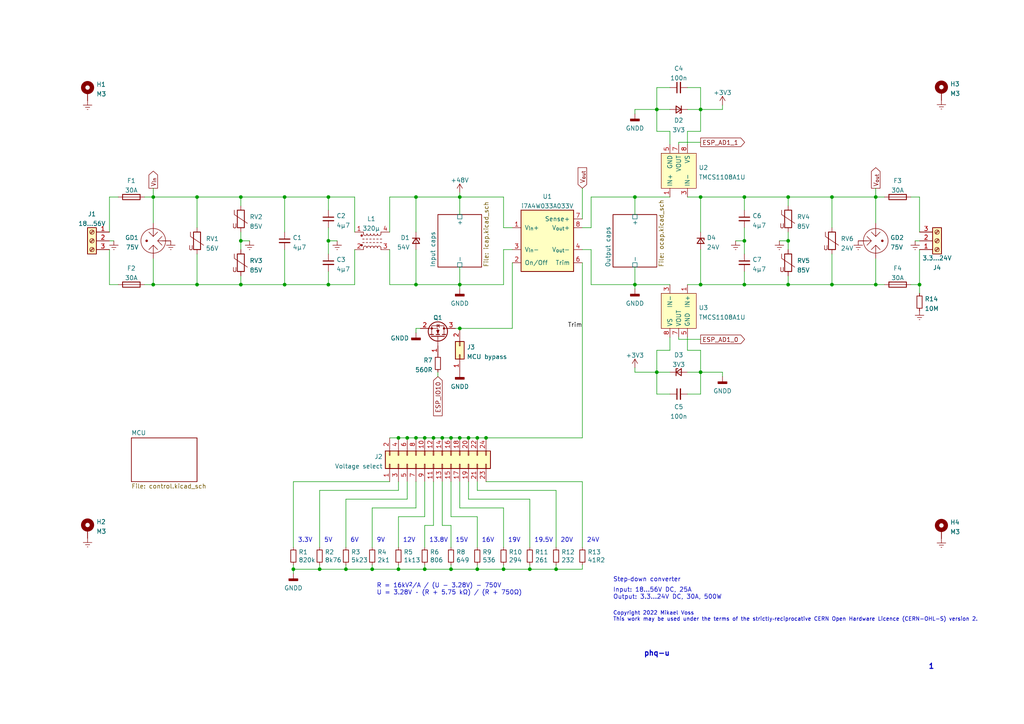
<source format=kicad_sch>
(kicad_sch (version 20211123) (generator eeschema)
  (paper "A4")
  (lib_symbols
    (symbol "Connector:Screw_Terminal_01x03" (pin_names (offset 1.016) hide)
      (property "Reference" "J" (at 0 5.08 0))
      (property "Value" "Screw_Terminal_01x03" (at 0 -5.08 0))
      (symbol "Screw_Terminal_01x03_1_1"
        (rectangle (start -1.27 3.81) (end 1.27 -3.81) (stroke (width 0.254)) (fill (type background)))
        (circle (center 0 -2.54) (radius 0.635) (stroke (width 0.1524)))
        (polyline (pts (xy -0.5334 -2.2098) (xy 0.3302 -3.048)) (stroke (width 0.1524)))
        (polyline (pts (xy -0.5334 0.3302) (xy 0.3302 -0.508)) (stroke (width 0.1524)))
        (polyline (pts (xy -0.5334 2.8702) (xy 0.3302 2.032)) (stroke (width 0.1524)))
        (polyline (pts (xy -0.3556 -2.032) (xy 0.508 -2.8702)) (stroke (width 0.1524)))
        (polyline (pts (xy -0.3556 0.508) (xy 0.508 -0.3302)) (stroke (width 0.1524)))
        (polyline (pts (xy -0.3556 3.048) (xy 0.508 2.2098)) (stroke (width 0.1524)))
        (circle (center 0 0) (radius 0.635) (stroke (width 0.1524)))
        (circle (center 0 2.54) (radius 0.635) (stroke (width 0.1524)))
        (pin passive line (at -5.08 2.54 0) (length 3.81) (name "Pin_1") (number "1"))
        (pin passive line (at -5.08 0 0) (length 3.81) (name "Pin_2") (number "2"))
        (pin passive line (at -5.08 -2.54 0) (length 3.81) (name "Pin_3") (number "3"))
      )
    )
    (symbol "Connector_Generic:Conn_02x01" (pin_names (offset 1.016) hide)
      (property "Reference" "J" (at 1.27 2.54 0))
      (property "Value" "Conn_02x01" (at 1.27 -2.54 0))
      (symbol "Conn_02x01_1_1"
        (rectangle (start -1.27 0.127) (end 0 -0.127) (stroke (width 0.1524)))
        (rectangle (start -1.27 1.27) (end 3.81 -1.27) (stroke (width 0.254)) (fill (type background)))
        (rectangle (start 3.81 0.127) (end 2.54 -0.127) (stroke (width 0.1524)))
        (pin passive line (at -5.08 0 0) (length 3.81) (name "Pin_1") (number "1"))
        (pin passive line (at 7.62 0 180) (length 3.81) (name "Pin_2") (number "2"))
      )
    )
    (symbol "Connector_Generic:Conn_02x12_Odd_Even" (pin_names (offset 1.016) hide)
      (property "Reference" "J" (at 1.27 15.24 0))
      (property "Value" "Conn_02x12_Odd_Even" (at 1.27 -17.78 0))
      (symbol "Conn_02x12_Odd_Even_1_1"
        (rectangle (start -1.27 -15.113) (end 0 -15.367) (stroke (width 0.1524)))
        (rectangle (start -1.27 -12.573) (end 0 -12.827) (stroke (width 0.1524)))
        (rectangle (start -1.27 -10.033) (end 0 -10.287) (stroke (width 0.1524)))
        (rectangle (start -1.27 -7.493) (end 0 -7.747) (stroke (width 0.1524)))
        (rectangle (start -1.27 -4.953) (end 0 -5.207) (stroke (width 0.1524)))
        (rectangle (start -1.27 -2.413) (end 0 -2.667) (stroke (width 0.1524)))
        (rectangle (start -1.27 0.127) (end 0 -0.127) (stroke (width 0.1524)))
        (rectangle (start -1.27 2.667) (end 0 2.413) (stroke (width 0.1524)))
        (rectangle (start -1.27 5.207) (end 0 4.953) (stroke (width 0.1524)))
        (rectangle (start -1.27 7.747) (end 0 7.493) (stroke (width 0.1524)))
        (rectangle (start -1.27 10.287) (end 0 10.033) (stroke (width 0.1524)))
        (rectangle (start -1.27 12.827) (end 0 12.573) (stroke (width 0.1524)))
        (rectangle (start -1.27 13.97) (end 3.81 -16.51) (stroke (width 0.254)) (fill (type background)))
        (rectangle (start 3.81 -15.113) (end 2.54 -15.367) (stroke (width 0.1524)))
        (rectangle (start 3.81 -12.573) (end 2.54 -12.827) (stroke (width 0.1524)))
        (rectangle (start 3.81 -10.033) (end 2.54 -10.287) (stroke (width 0.1524)))
        (rectangle (start 3.81 -7.493) (end 2.54 -7.747) (stroke (width 0.1524)))
        (rectangle (start 3.81 -4.953) (end 2.54 -5.207) (stroke (width 0.1524)))
        (rectangle (start 3.81 -2.413) (end 2.54 -2.667) (stroke (width 0.1524)))
        (rectangle (start 3.81 0.127) (end 2.54 -0.127) (stroke (width 0.1524)))
        (rectangle (start 3.81 2.667) (end 2.54 2.413) (stroke (width 0.1524)))
        (rectangle (start 3.81 5.207) (end 2.54 4.953) (stroke (width 0.1524)))
        (rectangle (start 3.81 7.747) (end 2.54 7.493) (stroke (width 0.1524)))
        (rectangle (start 3.81 10.287) (end 2.54 10.033) (stroke (width 0.1524)))
        (rectangle (start 3.81 12.827) (end 2.54 12.573) (stroke (width 0.1524)))
        (pin passive line (at -5.08 12.7 0) (length 3.81) (name "Pin_1") (number "1"))
        (pin passive line (at 7.62 2.54 180) (length 3.81) (name "Pin_10") (number "10"))
        (pin passive line (at -5.08 0 0) (length 3.81) (name "Pin_11") (number "11"))
        (pin passive line (at 7.62 0 180) (length 3.81) (name "Pin_12") (number "12"))
        (pin passive line (at -5.08 -2.54 0) (length 3.81) (name "Pin_13") (number "13"))
        (pin passive line (at 7.62 -2.54 180) (length 3.81) (name "Pin_14") (number "14"))
        (pin passive line (at -5.08 -5.08 0) (length 3.81) (name "Pin_15") (number "15"))
        (pin passive line (at 7.62 -5.08 180) (length 3.81) (name "Pin_16") (number "16"))
        (pin passive line (at -5.08 -7.62 0) (length 3.81) (name "Pin_17") (number "17"))
        (pin passive line (at 7.62 -7.62 180) (length 3.81) (name "Pin_18") (number "18"))
        (pin passive line (at -5.08 -10.16 0) (length 3.81) (name "Pin_19") (number "19"))
        (pin passive line (at 7.62 12.7 180) (length 3.81) (name "Pin_2") (number "2"))
        (pin passive line (at 7.62 -10.16 180) (length 3.81) (name "Pin_20") (number "20"))
        (pin passive line (at -5.08 -12.7 0) (length 3.81) (name "Pin_21") (number "21"))
        (pin passive line (at 7.62 -12.7 180) (length 3.81) (name "Pin_22") (number "22"))
        (pin passive line (at -5.08 -15.24 0) (length 3.81) (name "Pin_23") (number "23"))
        (pin passive line (at 7.62 -15.24 180) (length 3.81) (name "Pin_24") (number "24"))
        (pin passive line (at -5.08 10.16 0) (length 3.81) (name "Pin_3") (number "3"))
        (pin passive line (at 7.62 10.16 180) (length 3.81) (name "Pin_4") (number "4"))
        (pin passive line (at -5.08 7.62 0) (length 3.81) (name "Pin_5") (number "5"))
        (pin passive line (at 7.62 7.62 180) (length 3.81) (name "Pin_6") (number "6"))
        (pin passive line (at -5.08 5.08 0) (length 3.81) (name "Pin_7") (number "7"))
        (pin passive line (at 7.62 5.08 180) (length 3.81) (name "Pin_8") (number "8"))
        (pin passive line (at -5.08 2.54 0) (length 3.81) (name "Pin_9") (number "9"))
      )
    )
    (symbol "Device:C_Small" (pin_numbers hide) (pin_names (offset 0.254) hide)
      (property "Reference" "C" (at 0.254 1.778 0))
      (property "Value" "C_Small" (at 0.254 -2.032 0))
      (symbol "C_Small_0_1"
        (polyline (pts (xy -1.524 -0.508) (xy 1.524 -0.508)) (stroke (width 0.3302)))
        (polyline (pts (xy -1.524 0.508) (xy 1.524 0.508)) (stroke (width 0.3048)))
      )
      (symbol "C_Small_1_1"
        (pin passive line (at 0 2.54 270) (length 2.032) (name "~") (number "1"))
        (pin passive line (at 0 -2.54 90) (length 2.032) (name "~") (number "2"))
      )
    )
    (symbol "Device:D_Zener_Small" (pin_numbers hide) (pin_names (offset 0.254) hide)
      (property "Reference" "D" (at 0 2.286 0))
      (property "Value" "D_Zener_Small" (at 0 -2.286 0))
      (symbol "D_Zener_Small_0_1"
        (polyline (pts (xy 0.762 0) (xy -0.762 0)))
        (polyline (pts (xy -0.254 1.016) (xy -0.762 1.016) (xy -0.762 -1.016)) (stroke (width 0.254)))
        (polyline (pts (xy 0.762 1.016) (xy -0.762 0) (xy 0.762 -1.016) (xy 0.762 1.016)) (stroke (width 0.254)))
      )
      (symbol "D_Zener_Small_1_1"
        (pin passive line (at -2.54 0 0) (length 1.778) (name "K") (number "1"))
        (pin passive line (at 2.54 0 180) (length 1.778) (name "A") (number "2"))
      )
    )
    (symbol "Device:Fuse" (pin_numbers hide) (pin_names (offset 0))
      (property "Reference" "F" (at 2.032 0 90))
      (property "Value" "Fuse" (at -1.905 0 90))
      (symbol "Fuse_0_1"
        (rectangle (start -0.762 -2.54) (end 0.762 2.54) (stroke (width 0.254)))
        (polyline (pts (xy 0 2.54) (xy 0 -2.54)))
      )
      (symbol "Fuse_1_1"
        (pin passive line (at 0 3.81 270) (length 1.27) (name "~") (number "1"))
        (pin passive line (at 0 -3.81 90) (length 1.27) (name "~") (number "2"))
      )
    )
    (symbol "Device:GDT_3Pin" (pin_numbers hide)
      (property "Reference" "GD" (at 5.08 0 90))
      (property "Value" "GDT_3Pin" (at 7.62 0 90))
      (symbol "GDT_3Pin_0_1"
        (polyline (pts (xy -2.54 0) (xy -1.27 0)))
        (polyline (pts (xy 0 -2.54) (xy 0 -1.27)))
        (polyline (pts (xy 0 -1.27) (xy -1.27 -2.54)))
        (polyline (pts (xy 0 -1.27) (xy 1.27 -2.54)))
        (polyline (pts (xy 0 1.27) (xy -1.27 2.54)))
        (polyline (pts (xy 0 1.27) (xy 1.27 2.54)))
        (polyline (pts (xy 0 2.54) (xy 0 1.27)))
        (polyline (pts (xy -2.54 1.27) (xy -1.27 0) (xy -2.54 -1.27)))
        (circle (center 0 0) (radius 3.5814))
        (circle (center 1.905 0) (radius 0.127))
        (circle (center 1.905 0) (radius 0.127))
        (circle (center 1.905 0) (radius 0.2794))
        (circle (center 2.032 0) (radius 0.127))
      )
      (symbol "GDT_3Pin_1_1"
        (pin passive line (at 0 -5.08 90) (length 2.54) (name "~") (number "1"))
        (pin passive line (at -5.08 0 0) (length 2.54) (name "~") (number "2"))
        (pin passive line (at 0 5.08 270) (length 2.54) (name "~") (number "3"))
      )
    )
    (symbol "Device:L_Ferrite_Coupled_1423" (pin_names (offset 0.254) hide)
      (property "Reference" "L" (at 0 4.445 0))
      (property "Value" "L_Ferrite_Coupled_1423" (at 0 -4.445 0))
      (symbol "L_Ferrite_Coupled_1423_0_1"
        (circle (center -3.048 -1.27) (radius 0.254) (fill (type outline)))
        (circle (center -3.048 1.524) (radius 0.254) (fill (type outline)))
        (arc (start -2.54 2.032) (mid -2.032 1.524) (end -1.524 2.032))
        (arc (start -1.524 -2.032) (mid -2.032 -1.524) (end -2.54 -2.032))
        (arc (start -1.524 2.032) (mid -1.016 1.524) (end -0.508 2.032))
        (arc (start -0.508 -2.032) (mid -1.016 -1.524) (end -1.524 -2.032))
        (arc (start -0.508 2.032) (mid 0 1.524) (end 0.508 2.032))
        (polyline (pts (xy -2.794 -0.508) (xy -2.286 -0.508)))
        (polyline (pts (xy -2.794 0.508) (xy -2.286 0.508)))
        (polyline (pts (xy -2.54 -2.032) (xy -2.54 -2.54)))
        (polyline (pts (xy -2.54 2.032) (xy -2.54 2.54)))
        (polyline (pts (xy -1.778 -0.508) (xy -1.27 -0.508)))
        (polyline (pts (xy -1.778 0.508) (xy -1.27 0.508)))
        (polyline (pts (xy -0.762 -0.508) (xy -0.254 -0.508)))
        (polyline (pts (xy -0.762 0.508) (xy -0.254 0.508)))
        (polyline (pts (xy 0.254 -0.508) (xy 0.762 -0.508)))
        (polyline (pts (xy 0.254 0.508) (xy 0.762 0.508)))
        (polyline (pts (xy 1.27 -0.508) (xy 1.778 -0.508)))
        (polyline (pts (xy 1.27 0.508) (xy 1.778 0.508)))
        (polyline (pts (xy 2.286 -0.508) (xy 2.794 -0.508)))
        (polyline (pts (xy 2.286 0.508) (xy 2.794 0.508)))
        (polyline (pts (xy 2.54 -2.032) (xy 2.54 -2.54)))
        (polyline (pts (xy 2.54 2.54) (xy 2.54 2.032)))
        (arc (start 0.508 -2.032) (mid 0 -1.524) (end -0.508 -2.032))
        (arc (start 0.508 2.032) (mid 1.016 1.524) (end 1.524 2.032))
        (arc (start 1.524 -2.032) (mid 1.016 -1.524) (end 0.508 -2.032))
        (arc (start 1.524 2.032) (mid 2.032 1.524) (end 2.54 2.032))
        (arc (start 2.54 -2.032) (mid 2.032 -1.524) (end 1.524 -2.032))
      )
      (symbol "L_Ferrite_Coupled_1423_1_1"
        (pin passive line (at -5.08 2.54 0) (length 2.54) (name "1") (number "1"))
        (pin passive line (at -5.08 -2.54 0) (length 2.54) (name "2") (number "2"))
        (pin passive line (at 5.08 -2.54 180) (length 2.54) (name "3") (number "3"))
        (pin passive line (at 5.08 2.54 180) (length 2.54) (name "4") (number "4"))
      )
    )
    (symbol "Device:Q_NMOS_GSD" (pin_names (offset 0) hide)
      (property "Reference" "Q" (at 5.08 1.27 0))
      (property "Value" "Q_NMOS_GSD" (at 5.08 -1.27 0))
      (symbol "Q_NMOS_GSD_0_1"
        (polyline (pts (xy 0.254 0) (xy -2.54 0)))
        (polyline (pts (xy 0.254 1.905) (xy 0.254 -1.905)) (stroke (width 0.254)))
        (polyline (pts (xy 0.762 -1.27) (xy 0.762 -2.286)) (stroke (width 0.254)))
        (polyline (pts (xy 0.762 0.508) (xy 0.762 -0.508)) (stroke (width 0.254)))
        (polyline (pts (xy 0.762 2.286) (xy 0.762 1.27)) (stroke (width 0.254)))
        (polyline (pts (xy 2.54 2.54) (xy 2.54 1.778)))
        (polyline (pts (xy 2.54 -2.54) (xy 2.54 0) (xy 0.762 0)))
        (polyline (pts (xy 0.762 -1.778) (xy 3.302 -1.778) (xy 3.302 1.778) (xy 0.762 1.778)))
        (polyline (pts (xy 1.016 0) (xy 2.032 0.381) (xy 2.032 -0.381) (xy 1.016 0)) (fill (type outline)))
        (polyline (pts (xy 2.794 0.508) (xy 2.921 0.381) (xy 3.683 0.381) (xy 3.81 0.254)))
        (polyline (pts (xy 3.302 0.381) (xy 2.921 -0.254) (xy 3.683 -0.254) (xy 3.302 0.381)))
        (circle (center 1.651 0) (radius 2.794) (stroke (width 0.254)))
        (circle (center 2.54 -1.778) (radius 0.254) (fill (type outline)))
        (circle (center 2.54 1.778) (radius 0.254) (fill (type outline)))
      )
      (symbol "Q_NMOS_GSD_1_1"
        (pin input line (at -5.08 0 0) (length 2.54) (name "G") (number "1"))
        (pin passive line (at 2.54 -5.08 90) (length 2.54) (name "S") (number "2"))
        (pin passive line (at 2.54 5.08 270) (length 2.54) (name "D") (number "3"))
      )
    )
    (symbol "Device:R_Small" (pin_numbers hide) (pin_names (offset 0.254) hide)
      (property "Reference" "R" (at 0.762 0.508 0))
      (property "Value" "R_Small" (at 0.762 -1.016 0))
      (symbol "R_Small_0_1"
        (rectangle (start -0.762 1.778) (end 0.762 -1.778) (stroke (width 0.2032)))
      )
      (symbol "R_Small_1_1"
        (pin passive line (at 0 2.54 270) (length 0.762) (name "~") (number "1"))
        (pin passive line (at 0 -2.54 90) (length 0.762) (name "~") (number "2"))
      )
    )
    (symbol "Device:Varistor" (pin_numbers hide) (pin_names (offset 0))
      (property "Reference" "RV" (at 3.175 0 90))
      (property "Value" "Varistor" (at -3.175 0 90))
      (symbol "Varistor_0_0"
        (text "U" (at -1.778 -2.032 0) (effects (font (size 1.27 1.27))))
      )
      (symbol "Varistor_0_1"
        (rectangle (start -1.016 -2.54) (end 1.016 2.54) (stroke (width 0.254)))
        (polyline (pts (xy -1.905 2.54) (xy -1.905 1.27) (xy 1.905 -1.27)))
      )
      (symbol "Varistor_1_1"
        (pin passive line (at 0 3.81 270) (length 1.27) (name "~") (number "1"))
        (pin passive line (at 0 -3.81 90) (length 1.27) (name "~") (number "2"))
      )
    )
    (symbol "Mechanical:MountingHole_Pad" (pin_numbers hide) (pin_names (offset 1.016) hide)
      (property "Reference" "H" (at 0 6.35 0))
      (property "Value" "MountingHole_Pad" (at 0 4.445 0))
      (symbol "MountingHole_Pad_0_1"
        (circle (center 0 1.27) (radius 1.27) (stroke (width 1.27)))
      )
      (symbol "MountingHole_Pad_1_1"
        (pin input line (at 0 -2.54 90) (length 2.54) (name "1") (number "1"))
      )
    )
    (symbol "Screw_Terminal_01x03_1" (pin_names (offset 1.016) hide)
      (property "Reference" "J" (at 0 5.08 0))
      (property "Value" "Screw_Terminal_01x03_1" (at 0 -5.08 0))
      (symbol "Screw_Terminal_01x03_1_1_1"
        (rectangle (start -1.27 3.81) (end 1.27 -3.81) (stroke (width 0.254)) (fill (type background)))
        (circle (center 0 -2.54) (radius 0.635) (stroke (width 0.1524)))
        (polyline (pts (xy -0.5334 -2.2098) (xy 0.3302 -3.048)) (stroke (width 0.1524)))
        (polyline (pts (xy -0.5334 0.3302) (xy 0.3302 -0.508)) (stroke (width 0.1524)))
        (polyline (pts (xy -0.5334 2.8702) (xy 0.3302 2.032)) (stroke (width 0.1524)))
        (polyline (pts (xy -0.3556 -2.032) (xy 0.508 -2.8702)) (stroke (width 0.1524)))
        (polyline (pts (xy -0.3556 0.508) (xy 0.508 -0.3302)) (stroke (width 0.1524)))
        (polyline (pts (xy -0.3556 3.048) (xy 0.508 2.2098)) (stroke (width 0.1524)))
        (circle (center 0 0) (radius 0.635) (stroke (width 0.1524)))
        (circle (center 0 2.54) (radius 0.635) (stroke (width 0.1524)))
        (pin passive line (at -5.08 2.54 0) (length 3.81) (name "Pin_1") (number "1"))
        (pin passive line (at -5.08 0 0) (length 3.81) (name "Pin_2") (number "2"))
        (pin passive line (at -5.08 -2.54 0) (length 3.81) (name "Pin_3") (number "3"))
      )
    )
    (symbol "phq_IC:TMCS1108A1U"
      (property "Reference" "U" (at 0 6.35 0))
      (property "Value" "TMCS1108A1U" (at 0 -6.35 0))
      (symbol "TMCS1108A1U_0_1"
        (rectangle (start -5.08 5.08) (end 5.08 -5.08) (stroke (width 0.1524)) (fill (type background)))
      )
      (symbol "TMCS1108A1U_1_1"
        (pin passive line (at -7.62 -2.54 0) (length 2.54) (name "IN+") (number "1"))
        (pin passive line (at -7.62 -2.54 0) (length 2.54) hide (name "IN+") (number "2"))
        (pin passive line (at -7.62 2.54 0) (length 2.54) (name "IN-") (number "3"))
        (pin passive line (at -7.62 2.54 0) (length 2.54) hide (name "IN-") (number "4"))
        (pin power_in line (at 7.62 -2.54 180) (length 2.54) (name "GND") (number "5"))
        (pin power_in line (at 7.62 -2.54 180) (length 2.54) hide (name "NC") (number "6"))
        (pin output line (at 7.62 0 180) (length 2.54) (name "VOUT") (number "7"))
        (pin power_in line (at 7.62 2.54 180) (length 2.54) (name "VS") (number "8"))
      )
    )
    (symbol "phq_Module:i7A4W033A033V-0C1" (pin_names (offset 1.016))
      (property "Reference" "U" (at 0 10.16 0))
      (property "Value" "i7A4W033A033V-0C1" (at 0 -10.16 0))
      (symbol "i7A4W033A033V-0C1_0_1"
        (rectangle (start -7.62 8.89) (end 7.62 -8.89) (stroke (width 0.254)) (fill (type background)))
      )
      (symbol "i7A4W033A033V-0C1_1_1"
        (pin power_in line (at -10.16 3.81 0) (length 2.54) (name "V_{in}+") (number "1"))
        (pin input line (at -10.16 -6.35 0) (length 2.54) (name "On / Off") (number "2"))
        (pin power_in line (at -10.16 -2.54 0) (length 2.54) (name "V_{in}-") (number "3"))
        (pin power_out line (at 10.16 -2.54 180) (length 2.54) (name "V_{out}-") (number "4"))
        (pin input line (at 10.16 -6.35 180) (length 2.54) (name "Trim") (number "6"))
        (pin input line (at 10.16 6.35 180) (length 2.54) (name "Sense +") (number "7"))
        (pin power_out line (at 10.16 3.81 180) (length 2.54) (name "V_{out}+") (number "8"))
      )
    )
    (symbol "power:+3V3" (power) (pin_names (offset 0))
      (property "Value" "+3V3" (at 0 3.556 0))
      (symbol "+3V3_0_1"
        (polyline (pts (xy -0.762 1.27) (xy 0 2.54)))
        (polyline (pts (xy 0 0) (xy 0 2.54)))
        (polyline (pts (xy 0 2.54) (xy 0.762 1.27)))
      )
      (symbol "+3V3_1_1"
        (pin power_in line (at 0 0 90) (length 0) hide (name "+3V3") (number "1"))
      )
    )
    (symbol "power:+48V" (power) (pin_names (offset 0))
      (property "Value" "+48V" (at 0 3.556 0))
      (symbol "+48V_0_1"
        (polyline (pts (xy -0.762 1.27) (xy 0 2.54)))
        (polyline (pts (xy 0 0) (xy 0 2.54)))
        (polyline (pts (xy 0 2.54) (xy 0.762 1.27)))
      )
      (symbol "+48V_1_1"
        (pin power_in line (at 0 0 90) (length 0) hide (name "+48V") (number "1"))
      )
    )
    (symbol "power:Earth" (power) (pin_names (offset 0))
      (symbol "Earth_0_1"
        (polyline (pts (xy -0.635 -1.905) (xy 0.635 -1.905)))
        (polyline (pts (xy -0.127 -2.54) (xy 0.127 -2.54)))
        (polyline (pts (xy 0 -1.27) (xy 0 0)))
        (polyline (pts (xy 1.27 -1.27) (xy -1.27 -1.27)))
      )
      (symbol "Earth_1_1"
        (pin power_in line (at 0 0 270) (length 0) hide (name "Earth") (number "1"))
      )
    )
    (symbol "power:GNDD" (power) (pin_names (offset 0))
      (property "Value" "GNDD" (at 0 -3.175 0))
      (symbol "GNDD_0_1"
        (rectangle (start -1.27 -1.524) (end 1.27 -2.032) (stroke (width 0.254)) (fill (type outline)))
        (polyline (pts (xy 0 0) (xy 0 -1.524)))
      )
      (symbol "GNDD_1_1"
        (pin power_in line (at 0 0 270) (length 0) hide (name "GNDD") (number "1"))
      )
    )
  )
  (junction (at 130.81 127))
  (junction (at 241.3 82.55))
  (junction (at 266.7 82.55))
  (junction (at 120.65 127))
  (junction (at 130.81 165.1))
  (junction (at 215.9 57.15))
  (junction (at 241.3 57.15))
  (junction (at 57.15 82.55))
  (junction (at 203.2 57.15))
  (junction (at 146.05 165.1))
  (junction (at 203.2 82.55))
  (junction (at 133.35 127))
  (junction (at 85.09 165.1))
  (junction (at 138.43 165.1))
  (junction (at 184.15 57.15))
  (junction (at 215.9 69.85))
  (junction (at 69.85 69.85))
  (junction (at 44.45 82.55))
  (junction (at 128.27 127))
  (junction (at 120.65 82.55))
  (junction (at 228.6 69.85))
  (junction (at 120.65 57.15))
  (junction (at 254 57.15))
  (junction (at 215.9 82.55))
  (junction (at 254 82.55))
  (junction (at 190.5 31.75))
  (junction (at 203.2 31.75))
  (junction (at 57.15 57.15))
  (junction (at 95.25 57.15))
  (junction (at 82.55 82.55))
  (junction (at 69.85 82.55))
  (junction (at 44.45 57.15))
  (junction (at 138.43 127))
  (junction (at 82.55 57.15))
  (junction (at 118.11 127))
  (junction (at 123.19 165.1))
  (junction (at 133.35 82.55))
  (junction (at 92.71 165.1))
  (junction (at 203.2 107.95))
  (junction (at 95.25 69.85))
  (junction (at 133.35 57.15))
  (junction (at 140.97 127))
  (junction (at 100.33 165.1))
  (junction (at 115.57 127))
  (junction (at 153.67 165.1))
  (junction (at 228.6 82.55))
  (junction (at 190.5 107.95))
  (junction (at 69.85 57.15))
  (junction (at 135.89 127))
  (junction (at 133.35 95.25))
  (junction (at 184.15 82.55))
  (junction (at 107.95 165.1))
  (junction (at 125.73 127))
  (junction (at 123.19 127))
  (junction (at 95.25 82.55))
  (junction (at 115.57 165.1))
  (junction (at 228.6 57.15))
  (junction (at 161.29 165.1))
  (wire (pts (xy 31.75 57.15) (xy 34.29 57.15)))
  (wire (pts (xy 171.45 82.55) (xy 171.45 72.39)))
  (wire (pts (xy 146.05 82.55) (xy 146.05 72.39)))
  (wire (pts (xy 133.35 77.47) (xy 133.35 82.55)))
  (wire (pts (xy 161.29 163.83) (xy 161.29 165.1)))
  (wire (pts (xy 254 57.15) (xy 256.54 57.15)))
  (wire (pts (xy 57.15 82.55) (xy 69.85 82.55)))
  (wire (pts (xy 125.73 152.4) (xy 125.73 139.7)))
  (wire (pts (xy 133.35 83.82) (xy 133.35 82.55)))
  (wire (pts (xy 92.71 158.75) (xy 92.71 142.24)))
  (wire (pts (xy 184.15 31.75) (xy 184.15 33.02)))
  (wire (pts (xy 120.65 57.15) (xy 120.65 67.31)))
  (wire (pts (xy 215.9 82.55) (xy 228.6 82.55)))
  (wire (pts (xy 190.5 31.75) (xy 190.5 38.1)))
  (wire (pts (xy 113.03 57.15) (xy 120.65 57.15)))
  (wire (pts (xy 133.35 57.15) (xy 133.35 62.23)))
  (wire (pts (xy 115.57 165.1) (xy 123.19 165.1)))
  (wire (pts (xy 82.55 57.15) (xy 95.25 57.15)))
  (wire (pts (xy 190.5 107.95) (xy 190.5 114.3)))
  (wire (pts (xy 102.87 82.55) (xy 95.25 82.55)))
  (wire (pts (xy 148.59 76.2) (xy 148.59 95.25)))
  (wire (pts (xy 102.87 57.15) (xy 102.87 67.31)))
  (wire (pts (xy 69.85 69.85) (xy 69.85 72.39)))
  (wire (pts (xy 95.25 69.85) (xy 95.25 73.66)))
  (wire (pts (xy 190.5 101.6) (xy 194.31 101.6)))
  (wire (pts (xy 92.71 142.24) (xy 115.57 142.24)))
  (wire (pts (xy 265.43 69.85) (xy 266.7 69.85)))
  (wire (pts (xy 123.19 139.7) (xy 123.19 149.86)))
  (wire (pts (xy 264.16 82.55) (xy 266.7 82.55)))
  (wire (pts (xy 140.97 127) (xy 138.43 127)))
  (wire (pts (xy 203.2 57.15) (xy 215.9 57.15)))
  (wire (pts (xy 85.09 139.7) (xy 113.03 139.7)))
  (wire (pts (xy 95.25 57.15) (xy 95.25 60.96)))
  (wire (pts (xy 199.39 38.1) (xy 203.2 38.1)))
  (wire (pts (xy 241.3 57.15) (xy 241.3 66.04)))
  (wire (pts (xy 228.6 69.85) (xy 228.6 72.39)))
  (wire (pts (xy 41.91 82.55) (xy 44.45 82.55)))
  (wire (pts (xy 199.39 57.15) (xy 203.2 57.15)))
  (wire (pts (xy 115.57 149.86) (xy 123.19 149.86)))
  (wire (pts (xy 203.2 114.3) (xy 199.39 114.3)))
  (wire (pts (xy 123.19 165.1) (xy 130.81 165.1)))
  (wire (pts (xy 133.35 127) (xy 130.81 127)))
  (wire (pts (xy 123.19 127) (xy 120.65 127)))
  (wire (pts (xy 113.03 82.55) (xy 120.65 82.55)))
  (wire (pts (xy 115.57 142.24) (xy 115.57 139.7)))
  (wire (pts (xy 69.85 57.15) (xy 69.85 59.69)))
  (wire (pts (xy 228.6 57.15) (xy 228.6 59.69)))
  (wire (pts (xy 171.45 66.04) (xy 168.91 66.04)))
  (wire (pts (xy 194.31 25.4) (xy 190.5 25.4)))
  (wire (pts (xy 135.89 144.78) (xy 153.67 144.78)))
  (wire (pts (xy 107.95 147.32) (xy 120.65 147.32)))
  (wire (pts (xy 44.45 54.61) (xy 44.45 57.15)))
  (wire (pts (xy 120.65 57.15) (xy 133.35 57.15)))
  (wire (pts (xy 31.75 57.15) (xy 31.75 67.31)))
  (wire (pts (xy 184.15 57.15) (xy 194.31 57.15)))
  (wire (pts (xy 199.39 107.95) (xy 203.2 107.95)))
  (wire (pts (xy 146.05 72.39) (xy 148.59 72.39)))
  (wire (pts (xy 95.25 57.15) (xy 102.87 57.15)))
  (wire (pts (xy 264.16 57.15) (xy 266.7 57.15)))
  (wire (pts (xy 196.85 97.79) (xy 196.85 98.425)))
  (wire (pts (xy 130.81 163.83) (xy 130.81 165.1)))
  (wire (pts (xy 199.39 97.79) (xy 199.39 101.6)))
  (wire (pts (xy 115.57 127) (xy 113.03 127)))
  (wire (pts (xy 128.27 152.4) (xy 130.81 152.4)))
  (wire (pts (xy 130.81 139.7) (xy 130.81 149.86)))
  (wire (pts (xy 215.9 57.15) (xy 228.6 57.15)))
  (wire (pts (xy 135.89 127) (xy 133.35 127)))
  (wire (pts (xy 194.31 38.1) (xy 190.5 38.1)))
  (wire (pts (xy 85.09 166.37) (xy 85.09 165.1)))
  (wire (pts (xy 203.2 25.4) (xy 203.2 31.75)))
  (wire (pts (xy 123.19 163.83) (xy 123.19 165.1)))
  (wire (pts (xy 228.6 67.31) (xy 228.6 69.85)))
  (wire (pts (xy 120.65 72.39) (xy 120.65 82.55)))
  (wire (pts (xy 95.25 69.85) (xy 97.79 69.85)))
  (wire (pts (xy 190.5 107.95) (xy 194.31 107.95)))
  (wire (pts (xy 190.5 107.95) (xy 190.5 101.6)))
  (wire (pts (xy 146.05 165.1) (xy 153.67 165.1)))
  (wire (pts (xy 203.2 31.75) (xy 209.55 31.75)))
  (wire (pts (xy 209.55 107.95) (xy 209.55 109.22)))
  (wire (pts (xy 168.91 76.2) (xy 168.91 127)))
  (wire (pts (xy 190.5 31.75) (xy 194.31 31.75)))
  (wire (pts (xy 140.97 139.7) (xy 168.91 139.7)))
  (wire (pts (xy 168.91 163.83) (xy 168.91 165.1)))
  (wire (pts (xy 135.89 144.78) (xy 135.89 139.7)))
  (wire (pts (xy 194.31 41.91) (xy 194.31 38.1)))
  (wire (pts (xy 120.65 95.25) (xy 121.92 95.25)))
  (wire (pts (xy 254 57.15) (xy 254 64.77)))
  (wire (pts (xy 203.2 107.95) (xy 203.2 114.3)))
  (wire (pts (xy 203.2 57.15) (xy 203.2 67.31)))
  (wire (pts (xy 254 74.93) (xy 254 82.55)))
  (wire (pts (xy 133.35 82.55) (xy 146.05 82.55)))
  (wire (pts (xy 102.87 72.39) (xy 102.87 82.55)))
  (wire (pts (xy 146.05 147.32) (xy 146.05 158.75)))
  (wire (pts (xy 69.85 69.85) (xy 72.39 69.85)))
  (wire (pts (xy 125.73 127) (xy 123.19 127)))
  (wire (pts (xy 203.2 31.75) (xy 203.2 38.1)))
  (wire (pts (xy 69.85 57.15) (xy 82.55 57.15)))
  (wire (pts (xy 138.43 163.83) (xy 138.43 165.1)))
  (wire (pts (xy 171.45 72.39) (xy 168.91 72.39)))
  (wire (pts (xy 215.9 57.15) (xy 215.9 60.96)))
  (wire (pts (xy 228.6 69.85) (xy 226.06 69.85)))
  (wire (pts (xy 138.43 127) (xy 135.89 127)))
  (wire (pts (xy 266.7 82.55) (xy 266.7 72.39)))
  (wire (pts (xy 85.09 158.75) (xy 85.09 139.7)))
  (wire (pts (xy 69.85 82.55) (xy 82.55 82.55)))
  (wire (pts (xy 254 82.55) (xy 256.54 82.55)))
  (wire (pts (xy 95.25 78.74) (xy 95.25 82.55)))
  (wire (pts (xy 190.5 114.3) (xy 194.31 114.3)))
  (wire (pts (xy 213.36 69.85) (xy 215.9 69.85)))
  (wire (pts (xy 115.57 163.83) (xy 115.57 165.1)))
  (wire (pts (xy 241.3 73.66) (xy 241.3 82.55)))
  (wire (pts (xy 199.39 82.55) (xy 203.2 82.55)))
  (wire (pts (xy 241.3 57.15) (xy 254 57.15)))
  (wire (pts (xy 194.31 101.6) (xy 194.31 97.79)))
  (wire (pts (xy 148.59 95.25) (xy 133.35 95.25)))
  (wire (pts (xy 190.5 25.4) (xy 190.5 31.75)))
  (wire (pts (xy 92.71 163.83) (xy 92.71 165.1)))
  (wire (pts (xy 161.29 165.1) (xy 168.91 165.1)))
  (wire (pts (xy 228.6 80.01) (xy 228.6 82.55)))
  (wire (pts (xy 153.67 158.75) (xy 153.67 144.78)))
  (wire (pts (xy 31.75 69.85) (xy 33.02 69.85)))
  (wire (pts (xy 153.67 165.1) (xy 161.29 165.1)))
  (wire (pts (xy 127 109.22) (xy 127 107.95)))
  (wire (pts (xy 123.19 152.4) (xy 125.73 152.4)))
  (wire (pts (xy 31.75 82.55) (xy 34.29 82.55)))
  (wire (pts (xy 85.09 165.1) (xy 92.71 165.1)))
  (wire (pts (xy 171.45 57.15) (xy 171.45 66.04)))
  (wire (pts (xy 203.2 101.6) (xy 203.2 107.95)))
  (wire (pts (xy 138.43 142.24) (xy 161.29 142.24)))
  (wire (pts (xy 133.35 147.32) (xy 133.35 139.7)))
  (wire (pts (xy 82.55 82.55) (xy 95.25 82.55)))
  (wire (pts (xy 184.15 31.75) (xy 190.5 31.75)))
  (wire (pts (xy 133.35 57.15) (xy 146.05 57.15)))
  (wire (pts (xy 120.65 127) (xy 118.11 127)))
  (wire (pts (xy 146.05 163.83) (xy 146.05 165.1)))
  (wire (pts (xy 128.27 139.7) (xy 128.27 152.4)))
  (wire (pts (xy 203.2 82.55) (xy 215.9 82.55)))
  (wire (pts (xy 100.33 158.75) (xy 100.33 144.78)))
  (wire (pts (xy 44.45 57.15) (xy 44.45 64.77)))
  (wire (pts (xy 100.33 163.83) (xy 100.33 165.1)))
  (wire (pts (xy 130.81 149.86) (xy 138.43 149.86)))
  (wire (pts (xy 128.27 127) (xy 125.73 127)))
  (wire (pts (xy 132.08 95.25) (xy 133.35 95.25)))
  (wire (pts (xy 107.95 158.75) (xy 107.95 147.32)))
  (wire (pts (xy 138.43 142.24) (xy 138.43 139.7)))
  (wire (pts (xy 100.33 144.78) (xy 118.11 144.78)))
  (wire (pts (xy 199.39 101.6) (xy 203.2 101.6)))
  (wire (pts (xy 184.15 107.95) (xy 190.5 107.95)))
  (wire (pts (xy 138.43 158.75) (xy 138.43 149.86)))
  (wire (pts (xy 120.65 82.55) (xy 133.35 82.55)))
  (wire (pts (xy 82.55 82.55) (xy 82.55 72.39)))
  (wire (pts (xy 44.45 74.93) (xy 44.45 82.55)))
  (wire (pts (xy 228.6 57.15) (xy 241.3 57.15)))
  (wire (pts (xy 130.81 127) (xy 128.27 127)))
  (wire (pts (xy 146.05 57.15) (xy 146.05 66.04)))
  (wire (pts (xy 184.15 62.23) (xy 184.15 57.15)))
  (wire (pts (xy 115.57 149.86) (xy 115.57 158.75)))
  (wire (pts (xy 184.15 82.55) (xy 194.31 82.55)))
  (wire (pts (xy 57.15 57.15) (xy 69.85 57.15)))
  (wire (pts (xy 100.33 165.1) (xy 107.95 165.1)))
  (wire (pts (xy 92.71 165.1) (xy 100.33 165.1)))
  (wire (pts (xy 168.91 158.75) (xy 168.91 139.7)))
  (wire (pts (xy 95.25 66.04) (xy 95.25 69.85)))
  (wire (pts (xy 266.7 82.55) (xy 266.7 85.09)))
  (wire (pts (xy 120.65 95.25) (xy 120.65 96.52)))
  (wire (pts (xy 113.03 67.31) (xy 113.03 57.15)))
  (wire (pts (xy 107.95 163.83) (xy 107.95 165.1)))
  (wire (pts (xy 203.2 41.275) (xy 196.85 41.275)))
  (wire (pts (xy 184.15 82.55) (xy 184.15 83.82)))
  (wire (pts (xy 215.9 69.85) (xy 215.9 73.66)))
  (wire (pts (xy 138.43 165.1) (xy 146.05 165.1)))
  (wire (pts (xy 184.15 106.68) (xy 184.15 107.95)))
  (wire (pts (xy 153.67 163.83) (xy 153.67 165.1)))
  (wire (pts (xy 228.6 82.55) (xy 241.3 82.55)))
  (wire (pts (xy 69.85 67.31) (xy 69.85 69.85)))
  (wire (pts (xy 171.45 82.55) (xy 184.15 82.55)))
  (wire (pts (xy 118.11 127) (xy 115.57 127)))
  (wire (pts (xy 196.85 98.425) (xy 203.2 98.425)))
  (wire (pts (xy 171.45 57.15) (xy 184.15 57.15)))
  (wire (pts (xy 168.91 54.61) (xy 168.91 63.5)))
  (wire (pts (xy 69.85 80.01) (xy 69.85 82.55)))
  (wire (pts (xy 266.7 57.15) (xy 266.7 67.31)))
  (wire (pts (xy 130.81 152.4) (xy 130.81 158.75)))
  (wire (pts (xy 146.05 66.04) (xy 148.59 66.04)))
  (wire (pts (xy 209.55 30.48) (xy 209.55 31.75)))
  (wire (pts (xy 41.91 57.15) (xy 44.45 57.15)))
  (wire (pts (xy 203.2 107.95) (xy 209.55 107.95)))
  (wire (pts (xy 161.29 158.75) (xy 161.29 142.24)))
  (wire (pts (xy 120.65 139.7) (xy 120.65 147.32)))
  (wire (pts (xy 44.45 82.55) (xy 57.15 82.55)))
  (wire (pts (xy 199.39 41.91) (xy 199.39 38.1)))
  (wire (pts (xy 184.15 77.47) (xy 184.15 82.55)))
  (wire (pts (xy 82.55 57.15) (xy 82.55 67.31)))
  (wire (pts (xy 199.39 25.4) (xy 203.2 25.4)))
  (wire (pts (xy 168.91 127) (xy 140.97 127)))
  (wire (pts (xy 31.75 72.39) (xy 31.75 82.55)))
  (wire (pts (xy 133.35 147.32) (xy 146.05 147.32)))
  (wire (pts (xy 254 54.61) (xy 254 57.15)))
  (wire (pts (xy 123.19 152.4) (xy 123.19 158.75)))
  (wire (pts (xy 133.35 55.88) (xy 133.35 57.15)))
  (wire (pts (xy 199.39 31.75) (xy 203.2 31.75)))
  (wire (pts (xy 130.81 165.1) (xy 138.43 165.1)))
  (wire (pts (xy 107.95 165.1) (xy 115.57 165.1)))
  (wire (pts (xy 85.09 163.83) (xy 85.09 165.1)))
  (wire (pts (xy 44.45 57.15) (xy 57.15 57.15)))
  (wire (pts (xy 241.3 82.55) (xy 254 82.55)))
  (wire (pts (xy 57.15 73.66) (xy 57.15 82.55)))
  (wire (pts (xy 196.85 41.275) (xy 196.85 41.91)))
  (wire (pts (xy 118.11 144.78) (xy 118.11 139.7)))
  (wire (pts (xy 215.9 78.74) (xy 215.9 82.55)))
  (wire (pts (xy 57.15 66.04) (xy 57.15 57.15)))
  (wire (pts (xy 113.03 72.39) (xy 113.03 82.55)))
  (wire (pts (xy 215.9 66.04) (xy 215.9 69.85)))
  (wire (pts (xy 203.2 72.39) (xy 203.2 82.55)))
  (text "12 V" (at 116.84 157.48 0) (effects (font (size 1.27 1.27)) (justify left bottom)))
  (text "16 V" (at 139.7 157.48 0) (effects (font (size 1.27 1.27)) (justify left bottom)))
  (text "phq-u" (at 186.69 190.5 0) (effects (font (size 1.5 1.5) (thickness 0.3) bold) (justify left bottom)))
  (text "R = 16 kV^{2} / A / (U - 3.28 V) - 750 V\nU = 3.28 V · (R + 5.75 kΩ) / (R + 750 Ω)" (at 109.22 172.72 0) (effects (font (size 1.27 1.27)) (justify left bottom)))
  (text "1" (at 269.24 194.31 0) (effects (font (size 1.5 1.5) (thickness 0.3) bold) (justify left bottom)))
  (text "15 V" (at 132.08 157.48 0) (effects (font (size 1.27 1.27)) (justify left bottom)))
  (text "24 V" (at 170.18 157.48 0) (effects (font (size 1.27 1.27)) (justify left bottom)))
  (text "13.8 V" (at 124.46 157.48 0) (effects (font (size 1.27 1.27)) (justify left bottom)))
  (text "9 V" (at 109.22 157.48 0) (effects (font (size 1.27 1.27)) (justify left bottom)))
  (text "Copyright 2022 Mikael Voss\nThis work may be used under the terms of the strictly‐reciprocative CERN Open Hardware Licence (CERN-OHL-S) version 2." (at 177.8 180.34 0) (effects (font (size 1.1 1.1)) (justify left bottom)))
  (text "Input: 18…56 V DC, 25 A\nOutput: 3.3…24 V DC, 30 A, 500 W" (at 177.8 173.99 0) (effects (font (size 1.27 1.27)) (justify left bottom)))
  (text "19.5 V" (at 154.94 157.48 0) (effects (font (size 1.27 1.27)) (justify left bottom)))
  (text "5 V" (at 93.98 157.48 0) (effects (font (size 1.27 1.27)) (justify left bottom)))
  (text "19 V" (at 147.32 157.48 0) (effects (font (size 1.27 1.27)) (justify left bottom)))
  (text "Step‐down converter" (at 177.8 168.91 0) (effects (font (size 1.27 1.27)) (justify left bottom)))
  (text "6 V" (at 101.6 157.48 0) (effects (font (size 1.27 1.27)) (justify left bottom)))
  (text "20 V" (at 162.56 157.48 0) (effects (font (size 1.27 1.27)) (justify left bottom)))
  (text "3.3 V" (at 86.36 157.48 0) (effects (font (size 1.27 1.27)) (justify left bottom)))
  (label "Trim" (at 168.91 95.25 180))
  (global_label "V_{out}" (shape output) (at 254 54.61 90) (property "Intersheet References" "${INTERSHEET_REFS}" (effects hide)))
  (global_label "ESP_AD1_1" (shape output) (at 203.2 41.275 0) (property "Intersheet References" "${INTERSHEET_REFS}" (effects hide)))
  (global_label "ESP_AD1_0" (shape output) (at 203.2 98.425 0) (property "Intersheet References" "${INTERSHEET_REFS}" (effects hide)))
  (global_label "ESP_IO10" (shape input) (at 127 109.22 270) (property "Intersheet References" "${INTERSHEET_REFS}" (effects hide)))
  (global_label "V_{in}" (shape output) (at 44.45 54.61 90) (property "Intersheet References" "${INTERSHEET_REFS}" (effects hide)))
  (global_label "V_{out}" (shape input) (at 168.91 54.61 90) (property "Intersheet References" "${INTERSHEET_REFS}" (effects hide)))
  (symbol (lib_name "Screw_Terminal_01x03_1") (lib_id "Connector:Screw_Terminal_01x03") (at 26.67 69.85 0) (mirror y) (unit 1)
    (property "Reference" "J1" (at 26.67 62.0735 0))
    (property "Value" "18…56 V" (at 26.67 64.8486 0))
    (property "Footprint" "phq_Connector:Phoenix_1987737" (effects hide))
  )
  (symbol (lib_id "Device:Fuse") (at 38.1 57.15 90) (unit 1)
    (property "Reference" "F1" (at 38.1 52.4215 90))
    (property "Value" "30 A" (at 38.1 55.1966 90))
    (property "Footprint" "phq_SMD:Fuse_2410_20A" (effects hide))
    (property "Manufacturer" "Eaton" (effects hide))
    (property "Part Number" "CB61F30A" (effects hide))
  )
  (symbol (lib_id "Device:C_Small") (at 82.55 69.85 0) (unit 1)
    (property "Reference" "C1" (at 84.8741 68.9478 0) (effects (justify left)))
    (property "Value" "4µ7" (at 84.8741 71.7229 0) (effects (justify left)))
    (property "Footprint" "Capacitor_SMD:C_1210_3225Metric" (effects hide))
    (property "Manufacturer" "Kyocera AVX" (effects hide))
    (property "Part Number" "12101C475K4T2A" (effects hide))
  )
  (symbol (lib_id "Device:C_Small") (at 95.25 63.5 0) (unit 1)
    (property "Reference" "C2" (at 97.5741 62.5978 0) (effects (justify left)))
    (property "Value" "4µ7" (at 97.5741 65.3729 0) (effects (justify left)))
    (property "Footprint" "Capacitor_SMD:C_1210_3225Metric" (effects hide))
    (property "Part Number" "CD45-E2GA472M-NKA" (effects hide))
  )
  (symbol (lib_id "Device:C_Small") (at 95.25 76.2 0) (unit 1)
    (property "Reference" "C3" (at 97.5741 75.2978 0) (effects (justify left)))
    (property "Value" "4µ7" (at 97.5741 78.0729 0) (effects (justify left)))
    (property "Footprint" "Capacitor_SMD:C_1210_3225Metric" (effects hide))
    (property "Part Number" "CD45-E2GA472M-NKA" (effects hide))
  )
  (symbol (lib_id "Device:Varistor") (at 57.15 69.85 0) (unit 1)
    (property "Reference" "RV1" (at 59.69 69.2543 0) (effects (justify left)))
    (property "Value" "56 V" (at 59.69 72.0294 0) (effects (justify left)))
    (property "Footprint" "Capacitor_SMD:C_2220_5650Metric" (effects hide))
    (property "Manufacturer" "TDK" (effects hide))
    (property "Part Number" "B72540E0400K062" (effects hide))
  )
  (symbol (lib_id "Device:GDT_3Pin") (at 44.45 69.85 180) (unit 1)
    (property "Reference" "GD1" (at 40.2337 68.9415 0) (effects (justify left)))
    (property "Value" "75 V" (at 40.2337 71.7166 0) (effects (justify left)))
    (property "Footprint" "phq_SMD:2036-NN-SM" (effects hide))
    (property "Manufacturer" "Bourns" (effects hide))
    (property "Part Number" "2036-07-SM" (effects hide))
  )
  (symbol (lib_id "Connector:Screw_Terminal_01x03") (at 271.78 69.85 0) (mirror x) (unit 1)
    (property "Reference" "J4" (at 271.78 77.6265 0))
    (property "Value" "3.3…24 V" (at 271.78 74.8514 0))
    (property "Footprint" "phq_Connector:Phoenix_1987737" (effects hide))
  )
  (symbol (lib_id "Device:D_Zener_Small") (at 203.2 69.85 270) (unit 1)
    (property "Reference" "D4" (at 204.978 68.9415 90) (effects (justify left)))
    (property "Value" "24 V" (at 204.978 71.7166 90) (effects (justify left)))
    (property "Footprint" "Diode_SMD:D_SMA" (effects hide))
    (property "Manufacturer" "STMicroelectronics" (effects hide))
    (property "Part Number" " SMA6F24A " (effects hide))
  )
  (symbol (lib_id "Device:GDT_3Pin") (at 254 69.85 0) (unit 1)
    (property "Reference" "GD2" (at 258.2164 68.9415 0) (effects (justify left)))
    (property "Value" "75 V" (at 258.2164 71.7166 0) (effects (justify left)))
    (property "Footprint" "phq_SMD:2036-NN-SM" (effects hide))
    (property "Manufacturer" "Bourns" (effects hide))
    (property "Part Number" "2036-07-SM" (effects hide))
  )
  (symbol (lib_id "phq_Module:i7A4W033A033V-0C1") (at 158.75 69.85 0) (unit 1)
    (property "Reference" "U1" (at 158.75 56.9935 0))
    (property "Value" "i7A4W033A033V" (at 158.75 59.7686 0))
    (property "Footprint" "phq_Module:i7A4W-0C1" (effects hide))
    (property "Datasheet" "https://product.tdk.com/system/files/dam/doc/product/power/switching-power/dc-dc-converter/specification/i7a_spec.pdf" (effects hide))
    (property "Part Number" "i7A4W033A033V-0C1" (effects hide))
  )
  (symbol (lib_id "Device:R_Small") (at 85.09 161.29 0) (unit 1)
    (property "Reference" "R1" (at 86.5886 160.1216 0) (effects (justify left)))
    (property "Value" "820k" (at 86.5886 162.433 0) (effects (justify left)))
    (property "Footprint" "Resistor_SMD:R_0603_1608Metric" (effects hide))
  )
  (symbol (lib_id "Device:R_Small") (at 92.71 161.29 0) (unit 1)
    (property "Reference" "R2" (at 94.2086 160.1216 0) (effects (justify left)))
    (property "Value" "8k76" (at 94.2086 162.433 0) (effects (justify left)))
    (property "Footprint" "Resistor_SMD:R_0603_1608Metric" (effects hide))
  )
  (symbol (lib_id "Device:R_Small") (at 100.33 161.29 0) (unit 1)
    (property "Reference" "R3" (at 101.8286 160.1216 0) (effects (justify left)))
    (property "Value" "5k23" (at 101.8286 162.433 0) (effects (justify left)))
    (property "Footprint" "Resistor_SMD:R_0603_1608Metric" (effects hide))
  )
  (symbol (lib_id "Device:R_Small") (at 107.95 161.29 0) (unit 1)
    (property "Reference" "R4" (at 109.4486 160.1216 0) (effects (justify left)))
    (property "Value" "2k1" (at 109.4486 162.433 0) (effects (justify left)))
    (property "Footprint" "Resistor_SMD:R_0603_1608Metric" (effects hide))
  )
  (symbol (lib_id "Device:R_Small") (at 115.57 161.29 0) (unit 1)
    (property "Reference" "R5" (at 117.0686 160.1216 0) (effects (justify left)))
    (property "Value" "1k13" (at 117.0686 162.433 0) (effects (justify left)))
    (property "Footprint" "Resistor_SMD:R_0603_1608Metric" (effects hide))
  )
  (symbol (lib_id "Device:R_Small") (at 123.19 161.29 0) (unit 1)
    (property "Reference" "R6" (at 124.6886 160.1216 0) (effects (justify left)))
    (property "Value" "806" (at 124.6886 162.433 0) (effects (justify left)))
    (property "Footprint" "Resistor_SMD:R_0603_1608Metric" (effects hide))
  )
  (symbol (lib_id "Device:R_Small") (at 146.05 161.29 0) (unit 1)
    (property "Reference" "R10" (at 147.5486 160.1216 0) (effects (justify left)))
    (property "Value" "294" (at 147.5486 162.433 0) (effects (justify left)))
    (property "Footprint" "Resistor_SMD:R_0603_1608Metric" (effects hide))
  )
  (symbol (lib_id "Device:R_Small") (at 153.67 161.29 0) (unit 1)
    (property "Reference" "R11" (at 155.1686 160.1216 0) (effects (justify left)))
    (property "Value" "261" (at 155.1686 162.433 0) (effects (justify left)))
    (property "Footprint" "Resistor_SMD:R_0603_1608Metric" (effects hide))
  )
  (symbol (lib_id "Device:R_Small") (at 161.29 161.29 0) (unit 1)
    (property "Reference" "R12" (at 162.7886 160.1216 0) (effects (justify left)))
    (property "Value" "232" (at 162.7886 162.433 0) (effects (justify left)))
    (property "Footprint" "Resistor_SMD:R_0603_1608Metric" (effects hide))
  )
  (symbol (lib_id "Device:R_Small") (at 168.91 161.29 0) (unit 1)
    (property "Reference" "R13" (at 170.4086 160.1216 0) (effects (justify left)))
    (property "Value" "41R2" (at 170.4086 162.433 0) (effects (justify left)))
    (property "Footprint" "Resistor_SMD:R_0603_1608Metric" (effects hide))
  )
  (symbol (lib_id "power:Earth") (at 248.92 69.85 0) (unit 1)
    (property "Reference" "#PWR021" (effects hide))
    (property "Value" "Earth" (effects hide))
  )
  (symbol (lib_id "Mechanical:MountingHole_Pad") (at 25.4 153.543 0) (unit 1)
    (property "Reference" "H2" (at 27.94 151.3645 0) (effects (justify left)))
    (property "Value" "M3" (at 27.94 154.1396 0) (effects (justify left)))
    (property "Footprint" "MountingHole:MountingHole_3.2mm_M3_Pad_Via" (effects hide))
  )
  (symbol (lib_id "Device:C_Small") (at 196.85 114.3 90) (unit 1)
    (property "Reference" "C5" (at 196.8563 118.0116 90))
    (property "Value" "100 n" (at 196.8563 120.7867 90))
    (property "Footprint" "Capacitor_SMD:C_0402_1005Metric" (effects hide))
  )
  (symbol (lib_id "power:GNDD") (at 184.15 33.02 0) (unit 1)
    (property "Reference" "#PWR014" (effects hide))
    (property "Value" "GNDD" (at 184.15 37.2015 0))
  )
  (symbol (lib_id "Device:Varistor") (at 69.85 76.2 0) (unit 1)
    (property "Reference" "RV3" (at 72.39 75.6043 0) (effects (justify left)))
    (property "Value" "85V" (at 72.39 78.3794 0) (effects (justify left)))
    (property "Footprint" "Capacitor_SMD:C_1206_3216Metric" (effects hide))
    (property "Manufacturer" "Bourns" (effects hide))
    (property "Part Number" " ZV60K1206121NIR1" (effects hide))
  )
  (symbol (lib_id "power:Earth") (at 213.36 69.85 0) (unit 1)
    (property "Reference" "#PWR019" (effects hide))
    (property "Value" "Earth" (effects hide))
  )
  (symbol (lib_id "power:GNDD") (at 184.15 83.82 0) (unit 1)
    (property "Reference" "#PWR016" (effects hide))
    (property "Value" "GNDD" (at 184.15 88.0015 0))
  )
  (symbol (lib_id "power:Earth") (at 25.4 156.083 0) (unit 1)
    (property "Reference" "#PWR02" (effects hide))
    (property "Value" "Earth" (effects hide))
  )
  (symbol (lib_id "Device:D_Zener_Small") (at 196.85 107.95 0) (unit 1)
    (property "Reference" "D3" (at 196.85 102.9675 0))
    (property "Value" "3V3" (at 196.85 105.7426 0))
    (property "Footprint" "Diode_SMD:D_0402_1005Metric" (effects hide))
    (property "Manufacturer" "Toshiba" (effects hide))
    (property "Part Number" "DF2S5M4CT" (effects hide))
  )
  (symbol (lib_id "power:GNDD") (at 133.35 83.82 0) (unit 1)
    (property "Reference" "#PWR09" (effects hide))
    (property "Value" "GNDD" (at 133.35 88.0015 0))
  )
  (symbol (lib_id "Mechanical:MountingHole_Pad") (at 273.05 153.67 0) (unit 1)
    (property "Reference" "H4" (at 275.59 151.4915 0) (effects (justify left)))
    (property "Value" "M3" (at 275.59 154.2666 0) (effects (justify left)))
    (property "Footprint" "MountingHole:MountingHole_3.2mm_M3_Pad_Via" (effects hide))
  )
  (symbol (lib_id "Device:Fuse") (at 260.35 57.15 90) (unit 1)
    (property "Reference" "F3" (at 260.35 52.4215 90))
    (property "Value" "30 A" (at 260.35 55.1966 90))
    (property "Footprint" "phq_SMD:Fuse_2410_20A" (effects hide))
    (property "Manufacturer" "Eaton" (effects hide))
    (property "Part Number" "CB61F30A" (effects hide))
  )
  (symbol (lib_id "Device:D_Zener_Small") (at 120.65 69.85 270) (unit 1)
    (property "Reference" "D1" (at 118.872 68.9415 90) (effects (justify right)))
    (property "Value" "54 V" (at 118.872 71.7166 90) (effects (justify right)))
    (property "Footprint" "Diode_SMD:D_SMB" (effects hide))
    (property "Manufacturer" "Bourns" (effects hide))
    (property "Part Number" " 1.5SMBJ54A-H" (effects hide))
  )
  (symbol (lib_id "power:GNDD") (at 120.65 96.52 0) (mirror y) (unit 1)
    (property "Reference" "#PWR010" (effects hide))
    (property "Value" "GNDD" (at 118.6181 98.0785 0) (effects (justify left)))
  )
  (symbol (lib_id "Device:Q_NMOS_GSD") (at 127 97.79 270) (mirror x) (unit 1)
    (property "Reference" "Q1" (at 127 92.1535 90))
    (property "Value" "NX138AK" (effects hide))
    (property "Footprint" "Package_TO_SOT_SMD:SOT-23" (effects hide))
    (property "Manufacturer" "Nexperia" (effects hide))
    (property "Part Number" "NX138AK" (effects hide))
  )
  (symbol (lib_id "Device:C_Small") (at 215.9 63.5 0) (unit 1)
    (property "Reference" "C6" (at 218.2241 62.5978 0) (effects (justify left)))
    (property "Value" "4µ7" (at 218.2241 65.3729 0) (effects (justify left)))
    (property "Footprint" "Capacitor_SMD:C_1210_3225Metric" (effects hide))
    (property "Manufacturer" "Kyocera AVX" (effects hide))
    (property "Part Number" "12101C475K4T2A" (effects hide))
  )
  (symbol (lib_id "power:+48V") (at 133.35 55.88 0) (unit 1)
    (property "Reference" "#PWR08" (effects hide))
    (property "Value" "+48V" (at 133.35 52.2755 0))
  )
  (symbol (lib_id "power:Earth") (at 226.06 69.85 0) (unit 1)
    (property "Reference" "#PWR020" (effects hide))
    (property "Value" "Earth" (effects hide))
  )
  (symbol (lib_id "Device:Varistor") (at 228.6 76.2 0) (unit 1)
    (property "Reference" "RV5" (at 231.14 75.6043 0) (effects (justify left)))
    (property "Value" "85V" (at 231.14 78.3794 0) (effects (justify left)))
    (property "Footprint" "Capacitor_SMD:C_1206_3216Metric" (effects hide))
    (property "Manufacturer" "Bourns" (effects hide))
    (property "Part Number" " ZV60K1206121NIR1" (effects hide))
  )
  (symbol (lib_id "power:Earth") (at 265.43 69.85 0) (unit 1)
    (property "Reference" "#PWR022" (effects hide))
    (property "Value" "Earth" (effects hide))
  )
  (symbol (lib_id "power:Earth") (at 273.05 156.21 0) (unit 1)
    (property "Reference" "#PWR025" (effects hide))
    (property "Value" "Earth" (effects hide))
  )
  (symbol (lib_id "Device:C_Small") (at 196.85 25.4 90) (unit 1)
    (property "Reference" "C4" (at 196.8563 19.8714 90))
    (property "Value" "100 n" (at 196.8563 22.6465 90))
    (property "Footprint" "Capacitor_SMD:C_0402_1005Metric" (effects hide))
  )
  (symbol (lib_id "power:Earth") (at 266.7 90.17 0) (unit 1)
    (property "Reference" "#PWR023" (effects hide))
    (property "Value" "Earth" (effects hide))
  )
  (symbol (lib_id "power:Earth") (at 49.53 69.85 0) (unit 1)
    (property "Reference" "#PWR04" (effects hide))
    (property "Value" "Earth" (effects hide))
  )
  (symbol (lib_id "Device:R_Small") (at 130.81 161.29 0) (unit 1)
    (property "Reference" "R8" (at 132.3086 160.1216 0) (effects (justify left)))
    (property "Value" "649" (at 132.3086 162.433 0) (effects (justify left)))
    (property "Footprint" "Resistor_SMD:R_0603_1608Metric" (effects hide))
  )
  (symbol (lib_id "Mechanical:MountingHole_Pad") (at 25.4 26.67 0) (unit 1)
    (property "Reference" "H1" (at 27.94 24.4915 0) (effects (justify left)))
    (property "Value" "M3" (at 27.94 27.2666 0) (effects (justify left)))
    (property "Footprint" "MountingHole:MountingHole_3.2mm_M3_Pad_Via" (effects hide))
  )
  (symbol (lib_id "Device:Fuse") (at 38.1 82.55 90) (mirror x) (unit 1)
    (property "Reference" "F2" (at 38.1 77.8215 90))
    (property "Value" "30 A" (at 38.1 80.5966 90))
    (property "Footprint" "phq_SMD:Fuse_2410_20A" (effects hide))
    (property "Manufacturer" "Eaton" (effects hide))
    (property "Part Number" "CB61F30A" (effects hide))
  )
  (symbol (lib_id "Connector_Generic:Conn_02x12_Odd_Even") (at 125.73 134.62 90) (unit 1)
    (property "Reference" "J2" (at 110.998 132.4415 90) (effects (justify left)))
    (property "Value" "Voltage select" (at 110.998 135.2166 90) (effects (justify left)))
    (property "Footprint" "Connector_PinHeader_2.00mm:PinHeader_2x12_P2.00mm_Vertical" (effects hide))
  )
  (symbol (lib_id "phq_IC:TMCS1108A1U") (at 196.85 90.17 90) (mirror x) (unit 1)
    (property "Reference" "U3" (at 202.6412 89.2615 90) (effects (justify right)))
    (property "Value" "TMCS1108A1U" (at 202.6412 92.0366 90) (effects (justify right)))
    (property "Footprint" "Package_SO:SOIC-8_3.9x4.9mm_P1.27mm" (effects hide))
    (property "Datasheet" "https://www.ti.com/lit/ds/symlink/tmcs1108.pdf" (effects hide))
  )
  (symbol (lib_id "Device:R_Small") (at 138.43 161.29 0) (unit 1)
    (property "Reference" "R9" (at 139.9286 160.1216 0) (effects (justify left)))
    (property "Value" "536" (at 139.9286 162.433 0) (effects (justify left)))
    (property "Footprint" "Resistor_SMD:R_0603_1608Metric" (effects hide))
  )
  (symbol (lib_id "power:+3V3") (at 184.15 106.68 0) (unit 1)
    (property "Reference" "#PWR015" (effects hide))
    (property "Value" "+3V3" (at 184.15 103.0755 0))
  )
  (symbol (lib_id "Device:Varistor") (at 241.3 69.85 0) (unit 1)
    (property "Reference" "RV6" (at 243.84 69.2543 0) (effects (justify left)))
    (property "Value" "24 V" (at 243.84 72.0294 0) (effects (justify left)))
    (property "Footprint" "Capacitor_SMD:C_1210_3225Metric" (effects hide))
    (property "Manufacturer" "TDK" (effects hide))
    (property "Part Number" "B72530T6170K062" (effects hide))
  )
  (symbol (lib_id "Device:R_Small") (at 127 105.41 0) (mirror x) (unit 1)
    (property "Reference" "R7" (at 125.5014 104.5015 0) (effects (justify right)))
    (property "Value" "560R" (at 125.5014 107.2766 0) (effects (justify right)))
    (property "Footprint" "Resistor_SMD:R_0603_1608Metric" (effects hide))
  )
  (symbol (lib_id "Connector_Generic:Conn_02x01") (at 133.35 102.87 90) (unit 1)
    (property "Reference" "J3" (at 135.382 100.6915 90) (effects (justify right)))
    (property "Value" "MCU bypass" (at 135.382 103.4666 90) (effects (justify right)))
    (property "Footprint" "Connector_PinHeader_2.00mm:PinHeader_2x01_P2.00mm_Vertical" (effects hide))
  )
  (symbol (lib_id "power:Earth") (at 25.4 29.21 0) (unit 1)
    (property "Reference" "#PWR01" (effects hide))
    (property "Value" "Earth" (effects hide))
  )
  (symbol (lib_id "power:GNDD") (at 85.09 166.37 0) (unit 1)
    (property "Reference" "#PWR06" (effects hide))
    (property "Value" "GNDD" (at 85.09 170.5515 0))
  )
  (symbol (lib_id "phq_IC:TMCS1108A1U") (at 196.85 49.53 270) (mirror x) (unit 1)
    (property "Reference" "U2" (at 202.6412 48.6215 90) (effects (justify left)))
    (property "Value" "TMCS1108A1U" (at 202.6412 51.3966 90) (effects (justify left)))
    (property "Footprint" "Package_SO:SOIC-8_3.9x4.9mm_P1.27mm" (effects hide))
    (property "Datasheet" "https://www.ti.com/lit/ds/symlink/tmcs1108.pdf" (effects hide))
  )
  (symbol (lib_id "Device:C_Small") (at 215.9 76.2 0) (unit 1)
    (property "Reference" "C7" (at 218.2241 75.2978 0) (effects (justify left)))
    (property "Value" "4µ7" (at 218.2241 78.0729 0) (effects (justify left)))
    (property "Footprint" "Capacitor_SMD:C_1210_3225Metric" (effects hide))
    (property "Manufacturer" "Kyocera AVX" (effects hide))
    (property "Part Number" "12101C475K4T2A" (effects hide))
  )
  (symbol (lib_id "power:Earth") (at 97.79 69.85 0) (unit 1)
    (property "Reference" "#PWR07" (effects hide))
    (property "Value" "Earth" (effects hide))
  )
  (symbol (lib_id "Device:L_Ferrite_Coupled_1423") (at 107.95 69.85 0) (unit 1)
    (property "Reference" "L1" (at 107.696 63.4705 0))
    (property "Value" "320µ" (at 107.696 66.2456 0))
    (property "Footprint" "phq_SMD:CMX1211Z321B-10" (effects hide))
  )
  (symbol (lib_id "Device:D_Zener_Small") (at 196.85 31.75 180) (unit 1)
    (property "Reference" "D2" (at 196.85 34.9155 0))
    (property "Value" "3V3" (at 196.85 37.6906 0))
    (property "Footprint" "Diode_SMD:D_0402_1005Metric" (effects hide))
    (property "Manufacturer" "Toshiba" (effects hide))
    (property "Part Number" "DF2S5M4CT" (effects hide))
  )
  (symbol (lib_id "power:GNDD") (at 209.55 109.22 0) (unit 1)
    (property "Reference" "#PWR018" (effects hide))
    (property "Value" "GNDD" (at 209.55 113.4015 0))
  )
  (symbol (lib_id "Mechanical:MountingHole_Pad") (at 273.05 26.543 0) (unit 1)
    (property "Reference" "H3" (at 275.59 24.3645 0) (effects (justify left)))
    (property "Value" "M3" (at 275.59 27.1396 0) (effects (justify left)))
    (property "Footprint" "MountingHole:MountingHole_3.2mm_M3_Pad_Via" (effects hide))
  )
  (symbol (lib_id "Device:Varistor") (at 69.85 63.5 0) (unit 1)
    (property "Reference" "RV2" (at 72.39 62.9043 0) (effects (justify left)))
    (property "Value" "85V" (at 72.39 65.6794 0) (effects (justify left)))
    (property "Footprint" "Capacitor_SMD:C_1206_3216Metric" (effects hide))
    (property "Manufacturer" "Bourns" (effects hide))
    (property "Part Number" " ZV60K1206121NIR1" (effects hide))
  )
  (symbol (lib_id "power:Earth") (at 273.05 29.083 0) (unit 1)
    (property "Reference" "#PWR024" (effects hide))
    (property "Value" "Earth" (effects hide))
  )
  (symbol (lib_id "Device:Varistor") (at 228.6 63.5 0) (unit 1)
    (property "Reference" "RV4" (at 231.14 62.9043 0) (effects (justify left)))
    (property "Value" "85V" (at 231.14 65.6794 0) (effects (justify left)))
    (property "Footprint" "Capacitor_SMD:C_1206_3216Metric" (effects hide))
    (property "Manufacturer" "Bourns" (effects hide))
    (property "Part Number" " ZV60K1206121NIR1" (effects hide))
  )
  (symbol (lib_id "power:+3V3") (at 209.55 30.48 0) (unit 1)
    (property "Reference" "#PWR017" (effects hide))
    (property "Value" "+3V3" (at 209.55 26.8755 0))
  )
  (symbol (lib_id "power:Earth") (at 33.02 69.85 0) (unit 1)
    (property "Reference" "#PWR03" (effects hide))
    (property "Value" "Earth" (effects hide))
  )
  (symbol (lib_id "power:Earth") (at 72.39 69.85 0) (unit 1)
    (property "Reference" "#PWR05" (effects hide))
    (property "Value" "Earth" (effects hide))
  )
  (symbol (lib_id "power:GNDD") (at 133.35 107.95 0) (unit 1)
    (property "Reference" "#PWR011" (effects hide))
    (property "Value" "GNDD" (at 133.35 112.1315 0))
  )
  (symbol (lib_id "Device:R_Small") (at 266.7 87.63 0) (unit 1) (in_bom no)
    (property "Reference" "R14" (at 268.1986 86.7215 0) (effects (justify left)))
    (property "Value" "10M" (at 268.1986 89.4966 0) (effects (justify left)))
    (property "Footprint" "Resistor_SMD:R_0603_1608Metric" (effects hide))
  )
  (symbol (lib_id "Device:Fuse") (at 260.35 82.55 90) (unit 1)
    (property "Reference" "F4" (at 260.35 77.8215 90))
    (property "Value" "30 A" (at 260.35 80.5966 90))
    (property "Footprint" "phq_SMD:Fuse_2410_20A" (effects hide))
    (property "Manufacturer" "Eaton" (effects hide))
    (property "Part Number" "CB61F30A" (effects hide))
  )
  (sheet (at 177.8 62.23) (size 12.7 15.24) (stroke (width 0.1524))
    (property "Sheet name" "Output caps" (at 177.0884 77.47 90) (effects (justify left bottom)))
    (property "Sheet file" "ocap.kicad_sch" (at 191.0846 77.47 90) (effects (justify left top)))
    (pin "-" passive (at 184.15 77.47 270))
    (pin "+" passive (at 184.15 62.23 90))
  )
  (sheet (at 38.1 127) (size 19.05 12.7) (stroke (width 0.1524))
    (property "Sheet name" "MCU" (at 38.1 126.2884 0) (effects (justify left bottom)))
    (property "Sheet file" "control.kicad_sch" (at 38.1 140.2846 0) (effects (justify left top)))
  )
  (sheet (at 127 62.23) (size 12.7 15.24) (stroke (width 0.1524))
    (property "Sheet name" "Input caps" (at 126.2884 77.47 90) (effects (justify left bottom)))
    (property "Sheet file" "icap.kicad_sch" (at 140.2846 77.47 90) (effects (justify left top)))
    (pin "+" passive (at 133.35 62.23 90))
    (pin "-" passive (at 133.35 77.47 270))
  )
)
</source>
